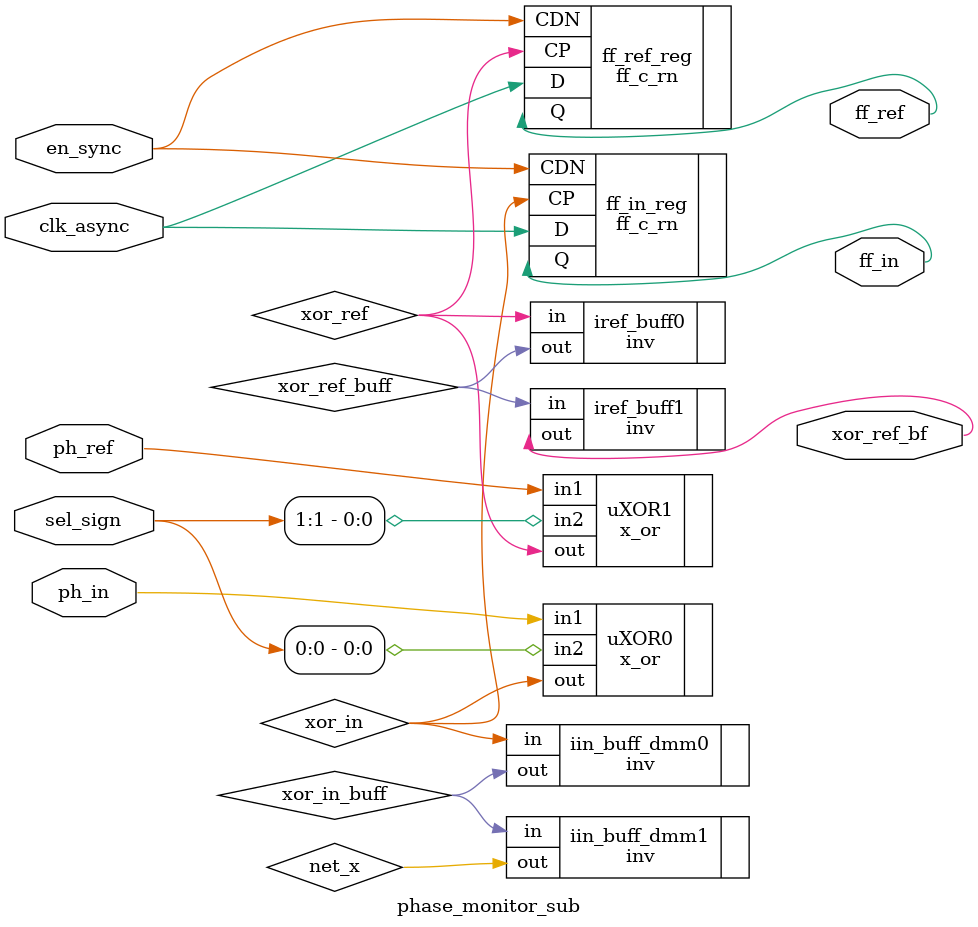
<source format=sv>

module phase_monitor_sub(
    input ph_ref,
    input ph_in,
    input en_sync,
    input clk_async,
    input [1:0] sel_sign,
    output reg ff_in,
    output reg ff_ref,
    output xor_ref_bf
);

wire net_x;

// synopsys dc_script_begin
// set_dont_touch {ph* sel* xor*}
// synopsys dc_script_end

x_or uXOR0 (.in1(ph_in), .in2(sel_sign[0]), .out(xor_in));
x_or uXOR1 (.in1(ph_ref), .in2(sel_sign[1]), .out(xor_ref));

inv iin_buff_dmm0  (.in(xor_in), .out(xor_in_buff));
inv iin_buff_dmm1  (.in(xor_in_buff), .out(net_x));
inv iref_buff0 (.in(xor_ref), .out(xor_ref_buff));
inv iref_buff1 (.in(xor_ref_buff), .out(xor_ref_bf));

ff_c_rn ff_in_reg(.D(clk_async), .CP(xor_in), .Q(ff_in), .CDN(en_sync));
ff_c_rn ff_ref_reg(.D(clk_async), .CP(xor_ref), .Q(ff_ref), .CDN(en_sync));


endmodule




</source>
